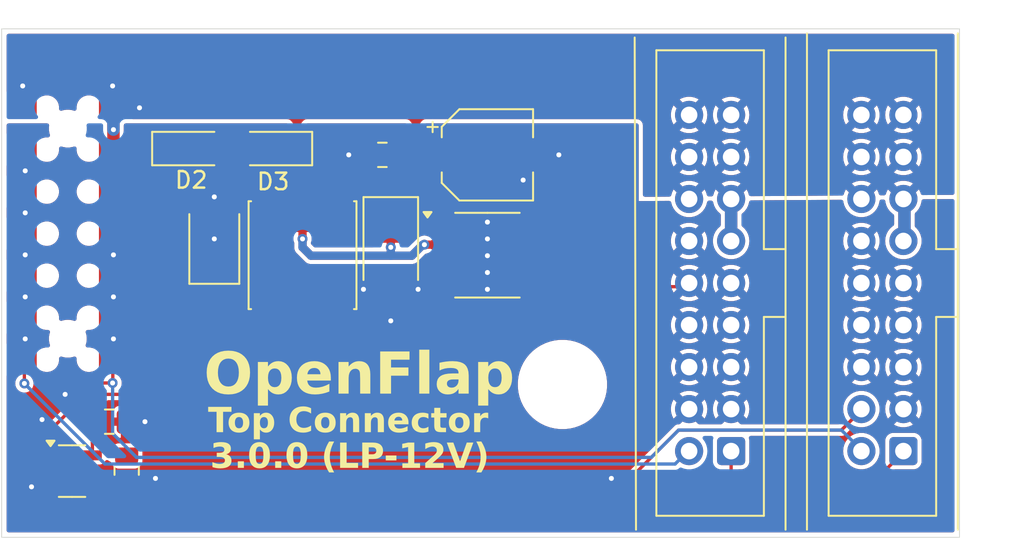
<source format=kicad_pcb>
(kicad_pcb (version 20240108) (generator "pcbnew") (generator_version "8.0")
  (title_block (title "Top Connector") (date "${DATE}") (rev "3.0.0") (company "OpenFlap") (comment 1 "${GIT_TAG}") (comment 2 "Repo: github.com/ToonVanEyck/OpenFlap") (comment 3 "Designer: Toon Van Eyck"))
  (layers (0 "F.Cu" signal) (31 "B.Cu" signal) (34 "B.Paste" user) (35 "F.Paste" user) (36 "B.SilkS" user "B.Silkscreen") (37 "F.SilkS" user "F.Silkscreen") (38 "B.Mask" user) (39 "F.Mask" user) (44 "Edge.Cuts" user))
  (net 0 "")
  (net 1 "GND")
  (net 2 "+5V")
  (net 3 "+12V")
  (net 4 "Net-(D1-K)")
  (net 5 "/Data Return Path")
  (net 6 "/TX To Module")
  (net 7 "/RX From Module")
  (net 8 "Net-(J2-Pin_4)")
  (footprint "Package_TO_SOT_SMD:SOT-23-5" (layer "F.Cu") (at 90.4605 154.801)
    (property "Reference" "U2" (hide yes))
    (property "Value" "74LVC1G66")
    (fp_line (start 0 -1.56) (end -0.8 -1.56) (stroke (width 0.12)) (layer "F.SilkS"))
    (fp_line (start 0 -1.56) (end 0.8 -1.56) (stroke (width 0.12)) (layer "F.SilkS"))
    (fp_line (start 0 1.56) (end -0.8 1.56) (stroke (width 0.12)) (layer "F.SilkS"))
    (fp_line (start 0 1.56) (end 0.8 1.56) (stroke (width 0.12)) (layer "F.SilkS"))
    (fp_poly (pts (xy -1.3 -1.51) (xy -1.54 -1.84) (xy -1.06 -1.84) (xy -1.3 -1.51)) (stroke (width 0.12)) (fill solid) (layer "F.SilkS"))
    (pad "1" smd roundrect (at -1.1375 -0.95) (size 1.325 0.6) (layers "F.Cu" "F.Paste" "F.Mask") (net 5 "/Data Return Path"))
    (pad "2" smd roundrect (at -1.1375 0) (size 1.325 0.6) (layers "F.Cu" "F.Paste" "F.Mask") (net 7 "/RX From Module"))
    (pad "3" smd roundrect (at -1.1375 0.95) (size 1.325 0.6) (layers "F.Cu" "F.Paste" "F.Mask") (net 1 "GND"))
    (pad "4" smd roundrect (at 1.1375 0.95) (size 1.325 0.6) (layers "F.Cu" "F.Paste" "F.Mask") (net 8 "Net-(J2-Pin_4)"))
    (pad "5" smd roundrect (at 1.1375 -0.95) (size 1.325 0.6) (layers "F.Cu" "F.Paste" "F.Mask") (net 2 "+5V"))
  )
  (footprint "Diode_SMD:D_SMF" (layer "F.Cu") (at 102.615 135.304 180)
    (property "Reference" "D3" (at 0 -2 0) (layer "F.SilkS"))
    (property "Value" "SMF12A")
    (fp_line (start -2.36 1.01) (end 1.4 1.01) (stroke (width 0.12)) (layer "F.SilkS"))
    (fp_line (start -2.36 -1.01) (end 1.4 -1.01) (stroke (width 0.12)) (layer "F.SilkS"))
    (fp_line (start -2.36 -1.01) (end -2.36 1.01) (stroke (width 0.12)) (layer "F.SilkS"))
    (pad "1" smd roundrect (at -1.45 0 180) (size 1.3 1.4) (layers "F.Cu" "F.Paste" "F.Mask") (roundrect_rratio 0.1923076923) (net 3 "+12V"))
    (pad "2" smd roundrect (at 1.45 0 180) (size 1.3 1.4) (layers "F.Cu" "F.Paste" "F.Mask") (roundrect_rratio 0.1923076923) (net 1 "GND"))
  )
  (footprint "Package_SO:SOIC-8_3.9x4.9mm_P1.27mm" (layer "F.Cu") (at 115.569 141.749)
    (property "Reference" "U1" (hide yes))
    (property "Value" "XL1509-5.0")
    (fp_line (start 0 -2.56) (end -1.95 -2.56) (stroke (width 0.12)) (layer "F.SilkS"))
    (fp_line (start 0 -2.56) (end 1.95 -2.56) (stroke (width 0.12)) (layer "F.SilkS"))
    (fp_line (start 0 2.56) (end -1.95 2.56) (stroke (width 0.12)) (layer "F.SilkS"))
    (fp_line (start 0 2.56) (end 1.95 2.56) (stroke (width 0.12)) (layer "F.SilkS"))
    (fp_poly (pts (xy -3.620482 -2.278251) (xy -3.860482 -2.608251) (xy -3.380482 -2.608251) (xy -3.620482 -2.278251)) (stroke (width 0.12)) (fill solid) (layer "F.SilkS"))
    (pad "1" smd roundrect (at -2.475 -1.905) (size 1.95 0.6) (layers "F.Cu" "F.Paste" "F.Mask") (net 3 "+12V"))
    (pad "2" smd roundrect (at -2.475 -0.635) (size 1.95 0.6) (layers "F.Cu" "F.Paste" "F.Mask") (net 4 "Net-(D1-K)"))
    (pad "3" smd roundrect (at -2.475 0.635) (size 1.95 0.6) (layers "F.Cu" "F.Paste" "F.Mask") (net 2 "+5V"))
    (pad "4" smd roundrect (at -2.475 1.905) (size 1.95 0.6) (layers "F.Cu" "F.Paste" "F.Mask") (net 1 "GND"))
    (pad "5" smd roundrect (at 2.475 1.905) (size 1.95 0.6) (layers "F.Cu" "F.Paste" "F.Mask") (net 1 "GND"))
    (pad "6" smd roundrect (at 2.475 0.635) (size 1.95 0.6) (layers "F.Cu" "F.Paste" "F.Mask") (net 1 "GND"))
    (pad "7" smd roundrect (at 2.475 -0.635) (size 1.95 0.6) (layers "F.Cu" "F.Paste" "F.Mask") (net 1 "GND"))
    (pad "8" smd roundrect (at 2.475 -1.905) (size 1.95 0.6) (layers "F.Cu" "F.Paste" "F.Mask") (net 1 "GND"))
  )
  (footprint "Diode_SMD:D_SMA" (layer "F.Cu") (at 109.727 141.749 -90)
    (property "Reference" "D1" (hide yes))
    (property "Value" "SS210")
    (fp_line (start -3.51 1.65) (end 1.5 1.65) (stroke (width 0.12)) (layer "F.SilkS"))
    (fp_line (start -3.51 -1.65) (end -3.51 1.65) (stroke (width 0.12)) (layer "F.SilkS"))
    (fp_line (start -3.51 -1.65) (end 1.5 -1.65) (stroke (width 0.12)) (layer "F.SilkS"))
    (pad "1" smd roundrect (at -2 0 270) (size 2.5 1.8) (layers "F.Cu" "F.Paste" "F.Mask") (roundrect_rratio 0.1388888889) (net 4 "Net-(D1-K)"))
    (pad "2" smd roundrect (at 2 0 270) (size 2.5 1.8) (layers "F.Cu" "F.Paste" "F.Mask") (roundrect_rratio 0.1388888889) (net 1 "GND"))
  )
  (footprint "Inductor_SMD:L_Sunlord_SWPA6045S" (layer "F.Cu") (at 104.393 141.749 -90)
    (property "Reference" "L1" (hide yes))
    (property "Value" "68uH")
    (fp_line (start -3.26 3.26) (end 3.26 3.26) (stroke (width 0.12)) (layer "F.SilkS"))
    (fp_line (start -3.26 3.26) (end -3.26 3.11) (stroke (width 0.12)) (layer "F.SilkS"))
    (fp_line (start 3.26 3.26) (end 3.26 3.11) (stroke (width 0.12)) (layer "F.SilkS"))
    (fp_line (start -3.26 -3.26) (end -3.26 -3.11) (stroke (width 0.12)) (layer "F.SilkS"))
    (fp_line (start -3.26 -3.26) (end 3.26 -3.26) (stroke (width 0.12)) (layer "F.SilkS"))
    (fp_line (start 3.26 -3.26) (end 3.26 -3.11) (stroke (width 0.12)) (layer "F.SilkS"))
    (pad "1" smd rect (at -2.25 0 270) (size 1.7 5.7) (layers "F.Cu" "F.Paste" "F.Mask") (net 4 "Net-(D1-K)"))
    (pad "2" smd rect (at 2.25 0 270) (size 1.7 5.7) (layers "F.Cu" "F.Paste" "F.Mask") (net 2 "+5V"))
  )
  (footprint "Capacitor_SMD:CP_Elec_5x5.4" (layer "F.Cu") (at 115.569 135.685)
    (property "Reference" "C4" (hide yes))
    (property "Value" "22uF")
    (fp_line (start -3.625 -1.685) (end -3 -1.685) (stroke (width 0.12)) (layer "F.SilkS"))
    (fp_line (start -3.3125 -1.9975) (end -3.3125 -1.3725) (stroke (width 0.12)) (layer "F.SilkS"))
    (fp_line (start -2.76 -1.695563) (end -2.76 -1.06) (stroke (width 0.12)) (layer "F.SilkS"))
    (fp_line (start -2.76 -1.695563) (end -1.695563 -2.76) (stroke (width 0.12)) (layer "F.SilkS"))
    (fp_line (start -2.76 1.695563) (end -2.76 1.06) (stroke (width 0.12)) (layer "F.SilkS"))
    (fp_line (start -2.76 1.695563) (end -1.695563 2.76) (stroke (width 0.12)) (layer "F.SilkS"))
    (fp_line (start -1.695563 -2.76) (end 2.76 -2.76) (stroke (width 0.12)) (layer "F.SilkS"))
    (fp_line (start -1.695563 2.76) (end 2.76 2.76) (stroke (width 0.12)) (layer "F.SilkS"))
    (fp_line (start 2.76 -2.76) (end 2.76 -1.06) (stroke (width 0.12)) (layer "F.SilkS"))
    (fp_line (start 2.76 2.76) (end 2.76 1.06) (stroke (width 0.12)) (layer "F.SilkS"))
    (pad "1" smd roundrect (at -2.2 0) (size 3 1.6) (layers "F.Cu" "F.Paste" "F.Mask") (roundrect_rratio 0.15625) (net 3 "+12V"))
    (pad "2" smd roundrect (at 2.2 0) (size 3 1.6) (layers "F.Cu" "F.Paste" "F.Mask") (roundrect_rratio 0.15625) (net 1 "GND"))
  )
  (footprint "Capacitor_Tantalum_SMD:CP_EIA-3528-21_Kemet-B" (layer "F.Cu") (at 99.059 141.019 90)
    (property "Reference" "C1" (hide yes))
    (property "Value" "100uF")
    (fp_line (start 1.75 -1.51) (end -2.46 -1.51) (stroke (width 0.12)) (layer "F.SilkS"))
    (fp_line (start -2.46 -1.51) (end -2.46 1.51) (stroke (width 0.12)) (layer "F.SilkS"))
    (fp_line (start -2.46 1.51) (end 1.75 1.51) (stroke (width 0.12)) (layer "F.SilkS"))
    (pad "1" smd roundrect (at -1.5375 0 90) (size 1.325 2.35) (layers "F.Cu" "F.Paste" "F.Mask") (roundrect_rratio 0.188679) (net 2 "+5V"))
    (pad "2" smd roundrect (at 1.5375 0 90) (size 1.325 2.35) (layers "F.Cu" "F.Paste" "F.Mask") (roundrect_rratio 0.188679) (net 1 "GND"))
  )
  (footprint "Connector_IDC:IDC-Header_2x09_P2.54mm_Vertical" (layer "F.Cu") (at 130.301 153.592 180)
    (property "Reference" "J1" (hide yes))
    (property "Value" "Conn_02x09_Odd_Even")
    (fp_line (start 5.75 -4.75) (end 5.83 25) (stroke (width 0.12)) (layer "F.SilkS"))
    (fp_line (start 4.52 24.23) (end -1.98 24.23) (stroke (width 0.12)) (layer "F.SilkS"))
    (fp_line (start 4.52 -3.91) (end 4.52 24.23) (stroke (width 0.12)) (layer "F.SilkS"))
    (fp_line (start -1.98 24.23) (end -1.98 12.21) (stroke (width 0.12)) (layer "F.SilkS"))
    (fp_line (start -1.98 12.21) (end -1.98 12.21) (stroke (width 0.12)) (layer "F.SilkS"))
    (fp_line (start -1.98 12.21) (end -3.29 12.21) (stroke (width 0.12)) (layer "F.SilkS"))
    (fp_line (start -1.98 8.11) (end -1.98 -3.91) (stroke (width 0.12)) (layer "F.SilkS"))
    (fp_line (start -1.98 -3.91) (end 4.52 -3.91) (stroke (width 0.12)) (layer "F.SilkS"))
    (fp_line (start -3.29 25) (end -3.29 -4.75) (stroke (width 0.12)) (layer "F.SilkS"))
    (fp_line (start -3.29 8.11) (end -1.98 8.11) (stroke (width 0.12)) (layer "F.SilkS"))
    (pad "1" thru_hole roundrect (at 0 0 180) (size 1.7 1.7) (drill 1) (layers "*.Cu" "*.Mask") (roundrect_rratio 0.147059) (net 5 "/Data Return Path"))
    (pad "2" thru_hole circle (at 2.54 0 180) (size 1.7 1.7) (drill 1) (layers "*.Cu" "*.Mask") (net 6 "/TX To Module"))
    (pad "3" thru_hole circle (at 0 2.54 180) (size 1.7 1.7) (drill 1) (layers "*.Cu" "*.Mask") (net 1 "GND"))
    (pad "4" thru_hole circle (at 2.54 2.54 180) (size 1.7 1.7) (drill 1) (layers "*.Cu" "*.Mask") (net 1 "GND"))
    (pad "5" thru_hole circle (at 0 5.08 180) (size 1.7 1.7) (drill 1) (layers "*.Cu" "*.Mask") (net 1 "GND"))
    (pad "6" thru_hole circle (at 2.54 5.08 180) (size 1.7 1.7) (drill 1) (layers "*.Cu" "*.Mask") (net 1 "GND"))
    (pad "7" thru_hole circle (at 0 7.62 180) (size 1.7 1.7) (drill 1) (layers "*.Cu" "*.Mask") (net 1 "GND"))
    (pad "8" thru_hole circle (at 2.54 7.62 180) (size 1.7 1.7) (drill 1) (layers "*.Cu" "*.Mask") (net 1 "GND"))
    (pad "9" thru_hole circle (at 0 10.16 180) (size 1.7 1.7) (drill 1) (layers "*.Cu" "*.Mask") (net 1 "GND"))
    (pad "10" thru_hole circle (at 2.54 10.16 180) (size 1.7 1.7) (drill 1) (layers "*.Cu" "*.Mask") (net 1 "GND"))
    (pad "11" thru_hole circle (at 0 12.7 180) (size 1.7 1.7) (drill 1) (layers "*.Cu" "*.Mask") (net 3 "+12V"))
    (pad "12" thru_hole circle (at 2.54 12.7 180) (size 1.7 1.7) (drill 1) (layers "*.Cu" "*.Mask") (net 1 "GND"))
    (pad "13" thru_hole circle (at 0 15.24 180) (size 1.7 1.7) (drill 1) (layers "*.Cu" "*.Mask") (net 3 "+12V"))
    (pad "14" thru_hole circle (at 2.54 15.24 180) (size 1.7 1.7) (drill 1) (layers "*.Cu" "*.Mask") (net 3 "+12V"))
    (pad "15" thru_hole circle (at 0 17.78 180) (size 1.7 1.7) (drill 1) (layers "*.Cu" "*.Mask") (net 3 "+12V"))
    (pad "16" thru_hole circle (at 2.54 17.78 180) (size 1.7 1.7) (drill 1) (layers "*.Cu" "*.Mask") (net 3 "+12V"))
    (pad "17" thru_hole circle (at 0 20.32 180) (size 1.7 1.7) (drill 1) (layers "*.Cu" "*.Mask") (net 3 "+12V"))
    (pad "18" thru_hole circle (at 2.54 20.32 180) (size 1.7 1.7) (drill 1) (layers "*.Cu" "*.Mask") (net 3 "+12V"))
  )
  (footprint "Connector_Samtec_HLE_SMD:Samtec_HLE-107-02-xxx-DV-BE-A_2x07_P2.54mm_Horizontal" (layer "F.Cu") (at 90.205 140.448732 90)
    (property "Reference" "J3" (hide yes))
    (property "Value" "Conn_02x07_Odd_Even")
    (pad "" np_thru_hole circle (at -7.62 -1.27 90) (size 0.97 0.97) (drill 0.97) (layers "*.Cu" "*.Mask"))
    (pad "" np_thru_hole circle (at -7.62 1.27 90) (size 0.97 0.97) (drill 0.97) (layers "*.Cu" "*.Mask"))
    (pad "" np_thru_hole circle (at -6.35 0 90) (size 1.78 1.78) (drill 1.78) (layers "*.Cu" "*.Mask"))
    (pad "" np_thru_hole circle (at -5.08 -1.27 90) (size 0.97 0.97) (drill 0.97) (layers "*.Cu" "*.Mask"))
    (pad "" np_thru_hole circle (at -5.08 1.27 90) (size 0.97 0.97) (drill 0.97) (layers "*.Cu" "*.Mask"))
    (pad "" np_thru_hole circle (at -2.54 -1.27 90) (size 0.97 0.97) (drill 0.97) (layers "*.Cu" "*.Mask"))
    (pad "" np_thru_hole circle (at -2.54 1.27 90) (size 0.97 0.97) (drill 0.97) (layers "*.Cu" "*.Mask"))
    (pad "" np_thru_hole circle (at 0 -1.27 90) (size 0.97 0.97) (drill 0.97) (layers "*.Cu" "*.Mask"))
    (pad "" np_thru_hole circle (at 0 1.27 90) (size 0.97 0.97) (drill 0.97) (layers "*.Cu" "*.Mask"))
    (pad "" np_thru_hole circle (at 2.54 -1.27 90) (size 0.97 0.97) (drill 0.97) (layers "*.Cu" "*.Mask"))
    (pad "" np_thru_hole circle (at 2.54 1.27 90) (size 0.97 0.97) (drill 0.97) (layers "*.Cu" "*.Mask"))
    (pad "" np_thru_hole circle (at 5.08 -1.27 90) (size 0.97 0.97) (drill 0.97) (layers "*.Cu" "*.Mask"))
    (pad "" np_thru_hole circle (at 5.08 1.27 90) (size 0.97 0.97) (drill 0.97) (layers "*.Cu" "*.Mask"))
    (pad "" np_thru_hole circle (at 6.35 0 90) (size 1.78 1.78) (drill 1.78) (layers "*.Cu" "*.Mask"))
    (pad "" np_thru_hole circle (at 7.62 -1.27 90) (size 0.97 0.97) (drill 0.97) (layers "*.Cu" "*.Mask"))
    (pad "" np_thru_hole circle (at 7.62 1.27 90) (size 0.97 0.97) (drill 0.97) (layers "*.Cu" "*.Mask"))
    (pad "1" smd rect (at -7.62 -2.72 90) (size 1.27 1.68) (layers "F.Cu" "F.Paste" "F.Mask") (net 6 "/TX To Module"))
    (pad "2" smd rect (at -7.62 2.72 90) (size 1.27 1.68) (layers "F.Cu" "F.Paste" "F.Mask") (net 7 "/RX From Module"))
    (pad "3" smd rect (at -5.08 -2.72 90) (size 1.27 1.68) (layers "F.Cu" "F.Paste" "F.Mask") (net 1 "GND"))
    (pad "4" smd rect (at -5.08 2.72 90) (size 1.27 1.68) (layers "F.Cu" "F.Paste" "F.Mask") (net 1 "GND"))
    (pad "5" smd rect (at -2.54 -2.72 90) (size 1.27 1.68) (layers "F.Cu" "F.Paste" "F.Mask") (net 1 "GND"))
    (pad "6" smd rect (at -2.54 2.72 90) (size 1.27 1.68) (layers "F.Cu" "F.Paste" "F.Mask") (net 1 "GND"))
    (pad "7" smd rect (at 0 -2.72 90) (size 1.27 1.68) (layers "F.Cu" "F.Paste" "F.Mask") (net 1 "GND"))
    (pad "8" smd rect (at 0 2.72 90) (size 1.27 1.68) (layers "F.Cu" "F.Paste" "F.Mask") (net 2 "+5V"))
    (pad "9" smd rect (at 2.54 -2.72 90) (size 1.27 1.68) (layers "F.Cu" "F.Paste" "F.Mask") (net 1 "GND"))
    (pad "10" smd rect (at 2.54 2.72 90) (size 1.27 1.68) (layers "F.Cu" "F.Paste" "F.Mask") (net 2 "+5V"))
    (pad "11" smd rect (at 5.08 -2.72 90) (size 1.27 1.68) (layers "F.Cu" "F.Paste" "F.Mask") (net 1 "GND"))
    (pad "12" smd rect (at 5.08 2.72 90) (size 1.27 1.68) (layers "F.Cu" "F.Paste" "F.Mask") (net 3 "+12V"))
    (pad "13" smd rect (at 7.62 -2.72 90) (size 1.27 1.68) (layers "F.Cu" "F.Paste" "F.Mask") (net 3 "+12V"))
    (pad "14" smd rect (at 7.62 2.72 90) (size 1.27 1.68) (layers "F.Cu" "F.Paste" "F.Mask") (net 3 "+12V"))
  )
  (footprint "Diode_SMD:D_SMF" (layer "F.Cu") (at 97.662 135.304)
    (property "Reference" "D2" (at 0 1.905 0) (layer "F.SilkS"))
    (property "Value" "SMF5V0A")
    (fp_line (start -2.36 -1.01) (end -2.36 1.01) (stroke (width 0.12)) (layer "F.SilkS"))
    (fp_line (start -2.36 -1.01) (end 1.4 -1.01) (stroke (width 0.12)) (layer "F.SilkS"))
    (fp_line (start -2.36 1.01) (end 1.4 1.01) (stroke (width 0.12)) (layer "F.SilkS"))
    (pad "1" smd roundrect (at -1.45 0) (size 1.3 1.4) (layers "F.Cu" "F.Paste" "F.Mask") (roundrect_rratio 0.1923076923) (net 2 "+5V"))
    (pad "2" smd roundrect (at 1.45 0) (size 1.3 1.4) (layers "F.Cu" "F.Paste" "F.Mask") (roundrect_rratio 0.1923076923) (net 1 "GND"))
  )
  (footprint "Capacitor_SMD:C_0805_2012Metric" (layer "F.Cu") (at 92.709 151.814)
    (property "Reference" "C2" (hide yes))
    (property "Value" "100nF")
    (fp_line (start -0.261252 -0.735) (end 0.261252 -0.735) (stroke (width 0.12)) (layer "F.SilkS"))
    (fp_line (start -0.261252 0.735) (end 0.261252 0.735) (stroke (width 0.12)) (layer "F.SilkS"))
    (pad "1" smd roundrect (at -0.95 0) (size 1 1.45) (layers "F.Cu" "F.Paste" "F.Mask") (net 2 "+5V"))
    (pad "2" smd roundrect (at 0.95 0) (size 1 1.45) (layers "F.Cu" "F.Paste" "F.Mask") (net 1 "GND"))
  )
  (footprint "Connector_IDC:IDC-Header_2x09_P2.54mm_Vertical" (layer "F.Cu") (at 140.715 153.592 180)
    (property "Reference" "J2" (hide yes))
    (property "Value" "Conn_02x09_Odd_Even")
    (fp_line (start 5.83 -4.75) (end 5.83 25.25) (stroke (width 0.12)) (layer "F.SilkS"))
    (fp_line (start 4.52 24.23) (end -1.98 24.23) (stroke (width 0.12)) (layer "F.SilkS"))
    (fp_line (start 4.52 -3.91) (end 4.52 24.23) (stroke (width 0.12)) (layer "F.SilkS"))
    (fp_line (start -1.98 24.23) (end -1.98 12.21) (stroke (width 0.12)) (layer "F.SilkS"))
    (fp_line (start -1.98 12.21) (end -1.98 12.21) (stroke (width 0.12)) (layer "F.SilkS"))
    (fp_line (start -1.98 12.21) (end -3.29 12.21) (stroke (width 0.12)) (layer "F.SilkS"))
    (fp_line (start -1.98 8.11) (end -1.98 -3.91) (stroke (width 0.12)) (layer "F.SilkS"))
    (fp_line (start -1.98 -3.91) (end 4.52 -3.91) (stroke (width 0.12)) (layer "F.SilkS"))
    (fp_line (start -3.29 25.25) (end -3.29 -4.75) (stroke (width 0.12)) (layer "F.SilkS"))
    (fp_line (start -3.29 8.11) (end -1.98 8.11) (stroke (width 0.12)) (layer "F.SilkS"))
    (pad "1" thru_hole roundrect (at 0 0 180) (size 1.7 1.7) (drill 1) (layers "*.Cu" "*.Mask") (roundrect_rratio 0.147059) (net 5 "/Data Return Path"))
    (pad "2" thru_hole circle (at 2.54 0 180) (size 1.7 1.7) (drill 1) (layers "*.Cu" "*.Mask") (net 7 "/RX From Module"))
    (pad "3" thru_hole circle (at 0 2.54 180) (size 1.7 1.7) (drill 1) (layers "*.Cu" "*.Mask") (net 1 "GND"))
    (pad "4" thru_hole circle (at 2.54 2.54 180) (size 1.7 1.7) (drill 1) (layers "*.Cu" "*.Mask") (net 8 "Net-(J2-Pin_4)"))
    (pad "5" thru_hole circle (at 0 5.08 180) (size 1.7 1.7) (drill 1) (layers "*.Cu" "*.Mask") (net 1 "GND"))
    (pad "6" thru_hole circle (at 2.54 5.08 180) (size 1.7 1.7) (drill 1) (layers "*.Cu" "*.Mask") (net 1 "GND"))
    (pad "7" thru_hole circle (at 0 7.62 180) (size 1.7 1.7) (drill 1) (layers "*.Cu" "*.Mask") (net 1 "GND"))
    (pad "8" thru_hole circle (at 2.54 7.62 180) (size 1.7 1.7) (drill 1) (layers "*.Cu" "*.Mask") (net 1 "GND"))
    (pad "9" thru_hole circle (at 0 10.16 180) (size 1.7 1.7) (drill 1) (layers "*.Cu" "*.Mask") (net 1 "GND"))
    (pad "10" thru_hole circle (at 2.54 10.16 180) (size 1.7 1.7) (drill 1) (layers "*.Cu" "*.Mask") (net 1 "GND"))
    (pad "11" thru_hole circle (at 0 12.7 180) (size 1.7 1.7) (drill 1) (layers "*.Cu" "*.Mask") (net 3 "+12V"))
    (pad "12" thru_hole circle (at 2.54 12.7 180) (size 1.7 1.7) (drill 1) (layers "*.Cu" "*.Mask") (net 1 "GND"))
    (pad "13" thru_hole circle (at 0 15.24 180) (size 1.7 1.7) (drill 1) (layers "*.Cu" "*.Mask") (net 3 "+12V"))
    (pad "14" thru_hole circle (at 2.54 15.24 180) (size 1.7 1.7) (drill 1) (layers "*.Cu" "*.Mask") (net 3 "+12V"))
    (pad "15" thru_hole circle (at 0 17.78 180) (size 1.7 1.7) (drill 1) (layers "*.Cu" "*.Mask") (net 3 "+12V"))
    (pad "16" thru_hole circle (at 2.54 17.78 180) (size 1.7 1.7) (drill 1) (layers "*.Cu" "*.Mask") (net 3 "+12V"))
    (pad "17" thru_hole circle (at 0 20.32 180) (size 1.7 1.7) (drill 1) (layers "*.Cu" "*.Mask") (net 3 "+12V"))
    (pad "18" thru_hole circle (at 2.54 20.32 180) (size 1.7 1.7) (drill 1) (layers "*.Cu" "*.Mask") (net 3 "+12V"))
  )
  (footprint "MountingHole:MountingHole_2.7mm_M2.5" (layer "F.Cu") (at 120.105 149.565)
    (property "Reference" "H1" (hide yes))
    (property "Value" "MountingHole")
    (pad "" np_thru_hole circle (at 0 0) (size 2.7 2.7) (drill 2.7) (layers "*.Cu" "*.Mask") (clearance 1.35))
  )
  (footprint "Resistor_SMD:R_0805_2012Metric" (layer "F.Cu") (at 93.7625 154.801 -90)
    (property "Reference" "R1" (hide yes))
    (property "Value" "10K")
    (fp_line (start -0.227064 0.735) (end 0.227064 0.735) (stroke (width 0.12)) (layer "F.SilkS"))
    (fp_line (start -0.227064 -0.735) (end 0.227064 -0.735) (stroke (width 0.12)) (layer "F.SilkS"))
    (pad "1" smd roundrect (at -0.9125 0 270) (size 1.025 1.4) (layers "F.Cu" "F.Paste" "F.Mask") (roundrect_rratio 0.243902) (net 2 "+5V"))
    (pad "2" smd roundrect (at 0.9125 0 270) (size 1.025 1.4) (layers "F.Cu" "F.Paste" "F.Mask") (roundrect_rratio 0.243902) (net 8 "Net-(J2-Pin_4)"))
  )
  (footprint "Capacitor_SMD:C_0805_2012Metric" (layer "F.Cu") (at 109.219 135.685 180)
    (property "Reference" "C3" (hide yes))
    (property "Value" "100nF")
    (fp_line (start -0.261252 0.735) (end 0.261252 0.735) (stroke (width 0.12)) (layer "F.SilkS"))
    (fp_line (start -0.261252 -0.735) (end 0.261252 -0.735) (stroke (width 0.12)) (layer "F.SilkS"))
    (pad "1" smd roundrect (at -0.95 0 180) (size 1 1.45) (layers "F.Cu" "F.Paste" "F.Mask") (net 3 "+12V"))
    (pad "2" smd roundrect (at 0.95 0 180) (size 1 1.45) (layers "F.Cu" "F.Paste" "F.Mask") (net 1 "GND"))
  )
  (gr_rect (start 86.205 128.065) (end 144.105 158.805) (stroke (width 0.05)) (fill none) (layer "Edge.Cuts"))
  (gr_text "${REVISION} (LP-12V)" (at 98.805 154.862 0) (layer "F.SilkS") (effects (font (size 1.5 1.5) (thickness 0.2) (bold yes)) (justify left bottom)))
  (gr_text "${COMPANY}" (at 98.424 150.544 0) (layer "F.SilkS") (effects (font (size 2.5 2.5) (thickness 0.3) (bold yes)) (justify left bottom)))
  (gr_text "${TITLE}\n" (at 98.678 152.703 0) (layer "F.SilkS") (effects (font (size 1.5 1.5) (thickness 0.3) (bold yes)) (justify left bottom)))
  (segment (start 109.727 143.749) (end 108.14 143.749) (width 0.2) (layer "F.Cu") (net 1))
  (segment (start 118.044 141.114) (end 118.044 139.844) (width 0.2) (layer "F.Cu") (net 1))
  (segment (start 99.059 139.4815) (end 99.059 140.765) (width 0.5) (layer "F.Cu") (net 1))
  (segment (start 108.14 143.749) (end 108.076 143.813) (width 0.2) (layer "F.Cu") (net 1))
  (segment (start 118.044 143.654) (end 127.7835 143.654) (width 0.2) (layer "F.Cu") (net 1))
  (segment (start 118.044 143.654) (end 118.044 141.114) (width 0.2) (layer "F.Cu") (net 1))
  (segment (start 118.044 143.654) (end 118.044 142.384) (width 0.2) (layer "F.Cu") (net 1))
  (segment (start 127.7835 143.654) (end 128.0055 143.432) (width 0.2) (layer "F.Cu") (net 1))
  (segment (start 99.059 139.4815) (end 99.059 138.225) (width 0.5) (layer "F.Cu") (net 1))
  (via (at 87.629 139.1902) (size 0.6) (drill 0.3) (layers "F.Cu" "B.Cu") (net 1))
  (via (at 117.728 137.209) (size 0.6) (drill 0.3) (layers "F.Cu" "B.Cu") (net 1))
  (via (at 92.963 146.8102) (size 0.6) (drill 0.3) (layers "F.Cu" "B.Cu") (net 1))
  (via (at 87.629 144.2702) (size 0.6) (drill 0.3) (layers "F.Cu" "B.Cu") (net 1))
  (via (at 92.963 141.7302) (size 0.6) (drill 0.3) (layers "F.Cu" "B.Cu") (net 1))
  (via (at 123.062 155.243) (size 0.6) (drill 0.3) (layers "F.Cu" "B.Cu") (net 1))
  (via (at 87.629 136.6502) (size 0.6) (drill 0.3) (layers "F.Cu" "B.Cu") (net 1))
  (via (at 115.569 140.765) (size 0.6) (drill 0.3) (layers "F.Cu" "B.Cu") (net 1))
  (via (at 119.887 135.685) (size 0.6) (drill 0.3) (layers "F.Cu" "B.Cu") (net 1))
  (via (at 99.059 138.225) (size 0.6) (drill 0.3) (layers "F.Cu" "B.Cu") (net 1))
  (via (at 115.569 143.813) (size 0.6) (drill 0.3) (layers "F.Cu" "B.Cu") (net 1))
  (via (at 107.187 135.685) (size 0.6) (drill 0.3) (layers "F.Cu" "B.Cu") (net 1))
  (via (at 87.629 146.8102) (size 0.6) (drill 0.3) (layers "F.Cu" "B.Cu") (net 1))
  (via (at 109.727 145.718) (size 0.6) (drill 0.3) (layers "F.Cu" "B.Cu") (net 1))
  (via (at 88.645 151.687) (size 0.6) (drill 0.3) (layers "F.Cu" "B.Cu") (net 1))
  (via (at 95.503 155.243) (size 0.6) (drill 0.3) (layers "F.Cu" "B.Cu") (net 1))
  (via (at 94.868 151.814) (size 0.6) (drill 0.3) (layers "F.Cu" "B.Cu") (net 1))
  (via (at 87.629 141.7302) (size 0.6) (drill 0.3) (layers "F.Cu" "B.Cu") (net 1))
  (via (at 115.569 141.781) (size 0.6) (drill 0.3) (layers "F.Cu" "B.Cu") (net 1))
  (via (at 99.059 140.765) (size 0.6) (drill 0.3) (layers "F.Cu" "B.Cu") (net 1))
  (via (at 90.042 150.163) (size 0.6) (drill 0.3) (layers "F.Cu" "B.Cu") (net 1))
  (via (at 88.01 155.751) (size 0.6) (drill 0.3) (layers "F.Cu" "B.Cu") (net 1))
  (via (at 108.076 143.813) (size 0.6) (drill 0.3) (layers "F.Cu" "B.Cu") (net 1))
  (via (at 115.569 142.797) (size 0.6) (drill 0.3) (layers "F.Cu" "B.Cu") (net 1))
  (via (at 115.569 139.749) (size 0.6) (drill 0.3) (layers "F.Cu" "B.Cu") (net 1))
  (via (at 92.963 144.2702) (size 0.6) (drill 0.3) (layers "F.Cu" "B.Cu") (net 1))
  (via (at 111.378 143.813) (size 0.6) (drill 0.3) (layers "F.Cu" "B.Cu") (net 1))
  (segment (start 96.265 143.051) (end 97.281 144.067) (width 0.75) (layer "F.Cu") (net 2))
  (segment (start 93.725 150.163) (end 97.789 146.099) (width 0.2) (layer "F.Cu") (net 2))
  (segment (start 99.059 143.813) (end 99.313 144.067) (width 0.75) (layer "F.Cu") (net 2))
  (segment (start 91.759 150.859) (end 92.455 150.163) (width 0.2) (layer "F.Cu") (net 2))
  (segment (start 91.598 153.851) (end 91.693 153.756) (width 0.2) (layer "F.Cu") (net 2))
  (segment (start 92.455 150.163) (end 93.725 150.163) (width 0.2) (layer "F.Cu") (net 2))
  (segment (start 91.693 153.084) (end 91.693 151.88) (width 0.2) (layer "F.Cu") (net 2))
  (segment (start 93.143 140.448732) (end 96.225668 140.448732) (width 0.75) (layer "F.Cu") (net 2))
  (segment (start 92.8785 153.8885) (end 93.7625 153.8885) (width 0.2) (layer "F.Cu") (net 2))
  (segment (start 91.693 151.88) (end 91.759 151.814) (width 0.2) (layer "F.Cu") (net 2))
  (segment (start 96.265 137.9202) (end 96.265 135.357) (width 0.5) (layer "F.Cu") (net 2))
  (segment (start 97.281 144.067) (end 97.789 144.067) (width 0.75) (layer "F.Cu") (net 2))
  (segment (start 92.074 153.084) (end 92.8785 153.8885) (width 0.2) (layer "F.Cu") (net 2))
  (segment (start 100.329 146.353) (end 99.059 145.083) (width 0.2) (layer "F.Cu") (net 2))
  (segment (start 99.059 145.083) (end 99.059 143.813) (width 0.2) (layer "F.Cu") (net 2))
  (segment (start 96.265 140.4094) (end 96.265 140.003) (width 0.75) (layer "F.Cu") (net 2))
  (segment (start 114.68 145.845) (end 114.172 146.353) (width 0.2) (layer "F.Cu") (net 2))
  (segment (start 96.265 135.357) (end 96.212 135.304) (width 0.75) (layer "F.Cu") (net 2))
  (segment (start 91.693 153.084) (end 92.074 153.084) (width 0.2) (layer "F.Cu") (net 2))
  (segment (start 113.094 142.384) (end 114.394 142.384) (width 0.2) (layer "F.Cu") (net 2))
  (segment (start 96.225668 140.448732) (end 96.265 140.4094) (width 0.75) (layer "F.Cu") (net 2))
  (segment (start 96.265 140.003) (end 96.265 143.051) (width 0.75) (layer "F.Cu") (net 2))
  (segment (start 96.265 137.9202) (end 96.265 140.003) (width 0.75) (layer "F.Cu") (net 2))
  (segment (start 99.313 144.067) (end 104.325 144.067) (width 0.75) (layer "F.Cu") (net 2))
  (segment (start 97.789 146.099) (end 97.789 144.067) (width 0.2) (layer "F.Cu") (net 2))
  (segment (start 97.789 144.067) (end 99.313 144.067) (width 0.75) (layer "F.Cu") (net 2))
  (segment (start 91.693 153.756) (end 91.693 153.084) (width 0.2) (layer "F.Cu") (net 2))
  (segment (start 104.325 144.067) (end 104.393 143.999) (width 0.75) (layer "F.Cu") (net 2))
  (segment (start 91.759 151.814) (end 91.759 150.859) (width 0.2) (layer "F.Cu") (net 2))
  (segment (start 114.394 142.384) (end 114.68 142.67) (width 0.2) (layer "F.Cu") (net 2))
  (segment (start 96.265 137.9202) (end 96.2142 137.971) (width 0.75) (layer "F.Cu") (net 2))
  (segment (start 114.68 142.67) (end 114.68 145.845) (width 0.2) (layer "F.Cu") (net 2))
  (segment (start 96.2142 137.971) (end 93.205268 137.971) (width 0.75) (layer "F.Cu") (net 2))
  (segment (start 114.172 146.353) (end 100.329 146.353) (width 0.2) (layer "F.Cu") (net 2))
  (segment (start 99.059 142.5565) (end 99.059 143.813) (width 0.75) (layer "F.Cu") (net 2))
  (segment (start 110.169 135.685) (end 111.251 135.685) (width 0.3) (layer "F.Cu") (net 3))
  (segment (start 104.065 135.304) (end 104.065 132.817) (width 0.5) (layer "F.Cu") (net 3))
  (segment (start 92.963 135.05) (end 92.963 133.046732) (width 0.75) (layer "F.Cu") (net 3))
  (segment (start 113.094 139.844) (end 113.094 138.798) (width 0.5) (layer "F.Cu") (net 3))
  (segment (start 113.094 138.798) (end 111.251 136.955) (width 0.5) (layer "F.Cu") (net 3))
  (segment (start 111.251 136.955) (end 111.251 135.685) (width 0.5) (layer "F.Cu") (net 3))
  (segment (start 104.065 132.817) (end 104.012 132.764) (width 0.5) (layer "F.Cu") (net 3))
  (segment (start 140.779 140.892) (end 140.779 138.352) (width 0.75) (layer "F.Cu") (net 3))
  (segment (start 111.251 132.637) (end 112.013 131.875) (width 0.5) (layer "F.Cu") (net 3))
  (segment (start 113.369 135.685) (end 111.251 135.685) (width 0.3) (layer "F.Cu") (net 3))
  (segment (start 130.301 140.892) (end 130.301 138.352) (width 0.75) (layer "F.Cu") (net 3))
  (segment (start 112.013 131.875) (end 126.364 131.875) (width 0.5) (layer "F.Cu") (net 3))
  (segment (start 126.364 131.875) (end 127.761 133.272) (width 0.5) (layer "F.Cu") (net 3))
  (segment (start 111.251 135.685) (end 111.251 132.637) (width 0.5) (layer "F.Cu") (net 3))
  (via (at 94.5378 132.8402) (size 0.6) (drill 0.3) (layers "F.Cu" "B.Cu") (net 3))
  (via (at 87.4766 131.5194) (size 0.6) (drill 0.3) (layers "F.Cu" "B.Cu") (net 3))
  (via (at 92.9122 131.5194) (size 0.6) (drill 0.3) (layers "F.Cu" "B.Cu") (net 3))
  (via (at 92.963 134.161) (size 0.6) (drill 0.3) (layers "F.Cu" "B.Cu") (net 3))
  (segment (start 140.779 140.892) (end 140.779 138.352) (width 0.75) (layer "B.Cu") (net 3))
  (segment (start 92.963 131.5702) (end 92.9122 131.5194) (width 0.2) (layer "B.Cu") (net 3))
  (segment (start 130.301 140.892) (end 130.301 138.352) (width 0.75) (layer "B.Cu") (net 3))
  (segment (start 92.963 134.161) (end 92.963 131.5702) (width 0.75) (layer "B.Cu") (net 3))
  (segment (start 109.727 141.781) (end 104.901 141.781) (width 0.5) (layer "F.Cu") (net 4))
  (segment (start 104.393 140.765) (end 104.393 139.499) (width 0.5) (layer "F.Cu") (net 4))
  (segment (start 111.759 141.114) (end 111.664 141.114) (width 0.5) (layer "F.Cu") (net 4))
  (segment (start 109.727 139.749) (end 109.727 141.273) (width 0.5) (layer "F.Cu") (net 4))
  (segment (start 111.664 141.114) (end 110.997 141.781) (width 0.5) (layer "F.Cu") (net 4))
  (segment (start 113.094 141.114) (end 111.759 141.114) (width 0.5) (layer "F.Cu") (net 4))
  (segment (start 109.727 141.273) (end 109.727 141.781) (width 0.5) (layer "F.Cu") (net 4))
  (segment (start 110.997 141.781) (end 109.727 141.781) (width 0.5) (layer "F.Cu") (net 4))
  (segment (start 104.901 141.781) (end 104.393 141.273) (width 0.5) (layer "F.Cu") (net 4))
  (segment (start 104.393 141.273) (end 104.393 140.765) (width 0.5) (layer "F.Cu") (net 4))
  (via (at 109.727 141.273) (size 0.6) (drill 0.3) (layers "F.Cu" "B.Cu") (net 4))
  (via (at 111.759 141.114) (size 0.6) (drill 0.3) (layers "F.Cu" "B.Cu") (net 4))
  (via (at 104.393 140.765) (size 0.6) (drill 0.3) (layers "F.Cu" "B.Cu") (net 4))
  (segment (start 111.664 141.114) (end 110.997 141.781) (width 0.5) (layer "B.Cu") (net 4))
  (segment (start 104.901 141.781) (end 109.727 141.781) (width 0.5) (layer "B.Cu") (net 4))
  (segment (start 104.393 141.273) (end 104.901 141.781) (width 0.5) (layer "B.Cu") (net 4))
  (segment (start 111.759 141.114) (end 111.664 141.114) (width 0.5) (layer "B.Cu") (net 4))
  (segment (start 110.997 141.781) (end 109.727 141.781) (width 0.5) (layer "B.Cu") (net 4))
  (segment (start 109.727 141.781) (end 109.727 141.273) (width 0.5) (layer "B.Cu") (net 4))
  (segment (start 104.393 140.765) (end 104.393 141.273) (width 0.5) (layer "B.Cu") (net 4))
  (segment (start 130.301 153.592) (end 130.301 156.64) (width 0.2) (layer "F.Cu") (net 5))
  (segment (start 90.4605 156.0425) (end 91.058 156.64) (width 0.2) (layer "F.Cu") (net 5))
  (segment (start 90.4605 154.039) (end 90.4605 156.0425) (width 0.2) (layer "F.Cu") (net 5))
  (segment (start 89.323 153.851) (end 90.2725 153.851) (width 0.2) (layer "F.Cu") (net 5))
  (segment (start 91.058 156.64) (end 130.682 156.64) (width 0.2) (layer "F.Cu") (net 5))
  (segment (start 130.682 156.64) (end 137.731 156.64) (width 0.2) (layer "F.Cu") (net 5))
  (segment (start 137.731 156.64) (end 140.779 153.592) (width 0.2) (layer "F.Cu") (net 5))
  (segment (start 90.2725 153.851) (end 90.4605 154.039) (width 0.2) (layer "F.Cu") (net 5))
  (segment (start 87.5782 149.5026) (end 87.5782 148.161932) (width 0.2) (layer "F.Cu") (net 6))
  (segment (start 87.5782 148.161932) (end 87.485 148.068732) (width 0.2) (layer "F.Cu") (net 6))
  (via (at 87.5782 149.5026) (size 0.6) (drill 0.3) (layers "F.Cu" "B.Cu") (net 6))
  (segment (start 127.69275 153.592) (end 127.761 153.592) (width 0.2) (layer "B.Cu") (net 6))
  (segment (start 126.91175 154.373) (end 127.69275 153.592) (width 0.2) (layer "B.Cu") (net 6))
  (segment (start 92.4486 154.373) (end 126.91175 154.373) (width 0.2) (layer "B.Cu") (net 6))
  (segment (start 87.5782 149.5026) (end 92.4486 154.373) (width 0.2) (layer "B.Cu") (net 6))
  (segment (start 88.01 153.465) (end 88.01 154.481) (width 0.2) (layer "F.Cu") (net 7))
  (segment (start 92 149.475) (end 88.01 153.465) (width 0.2) (layer "F.Cu") (net 7))
  (segment (start 92.9122 149.475) (end 92 149.475) (width 0.2) (layer "F.Cu") (net 7))
  (segment (start 88.33 154.801) (end 89.323 154.801) (width 0.2) (layer "F.Cu") (net 7))
  (segment (start 92.925 149.4622) (end 92.925 147.968) (width 0.2) (layer "F.Cu") (net 7))
  (segment (start 92.9122 149.475) (end 92.925 149.4622) (width 0.2) (layer "F.Cu") (net 7))
  (segment (start 88.01 154.481) (end 88.33 154.801) (width 0.2) (layer "F.Cu") (net 7))
  (via (at 92.9122 149.475) (size 0.6) (drill 0.3) (layers "F.Cu" "B.Cu") (net 7))
  (segment (start 94.36 153.973) (end 125.475 153.973) (width 0.2) (layer "B.Cu") (net 7))
  (segment (start 92.9122 149.475) (end 92.9122 152.5252) (width 0.2) (layer "B.Cu") (net 7))
  (segment (start 92.9122 152.5252) (end 94.36 153.973) (width 0.2) (layer "B.Cu") (net 7))
  (segment (start 136.969 152.322) (end 138.239 153.592) (width 0.2) (layer "B.Cu") (net 7))
  (segment (start 125.475 153.973) (end 127.126 152.322) (width 0.2) (layer "B.Cu") (net 7))
  (segment (start 127.126 152.322) (end 136.969 152.322) (width 0.2) (layer "B.Cu") (net 7))
  (segment (start 94.741 155.7135) (end 93.7625 155.7135) (width 0.2) (layer "F.Cu") (net 8))
  (segment (start 91.598 155.751) (end 93.725 155.751) (width 0.2) (layer "F.Cu") (net 8))
  (segment (start 93.725 155.751) (end 93.7625 155.7135) (width 0.2) (layer "F.Cu") (net 8))
  (segment (start 127.126 152.322) (end 123.316 156.132) (width 0.2) (layer "F.Cu") (net 8))
  (segment (start 138.239 151.052) (end 136.969 152.322) (width 0.2) (layer "F.Cu") (net 8))
  (segment (start 123.316 156.132) (end 95.1595 156.132) (width 0.2) (layer "F.Cu") (net 8))
  (segment (start 136.969 152.322) (end 127.126 152.322) (width 0.2) (layer "F.Cu") (net 8))
  (segment (start 95.1595 156.132) (end 94.741 155.7135) (width 0.2) (layer "F.Cu") (net 8))
  (zone (net 1) (net_name "GND") (layers "F&B.Cu") (priority 1) (connect_pads (clearance 0.25)) (min_thickness 0.25) (fill yes (thermal_gap 0.25) (thermal_bridge_width 0.5))
    (polygon (pts (xy 86.105 133.78) (xy 86.105 158.805) (xy 144.305 158.805) (xy 144.652 138.352) (xy 124.713 138.479) (xy 124.713 133.78)))
  )
  (zone (net 3) (net_name "+12V") (layers "F&B.Cu") (connect_pads (clearance 0.25)) (min_thickness 0.25) (fill yes (thermal_gap 0.25) (thermal_bridge_width 0.5))
    (polygon (pts (xy 86.105 128.065) (xy 144.395 127.672) (xy 144.652 138.352) (xy 124.713 138.479) (xy 124.713 133.78) (xy 86.105 133.78)))
  )
)
</source>
